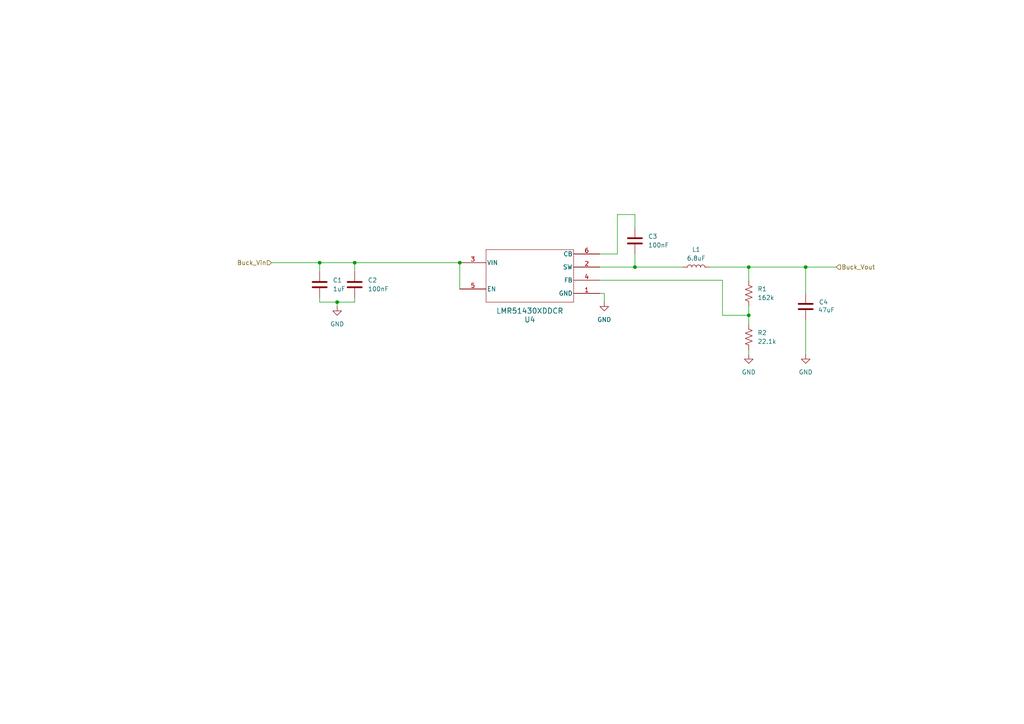
<source format=kicad_sch>
(kicad_sch (version 20231120) (generator "eeschema") (generator_version "8.0")
  (paper "A4")
  (lib_symbols
    (symbol "2024-11-08_04-01-59:LMR51430XDDCR" (pin_names (offset 0.254))
      (property "Reference" "U4" (at 20.32 10.16 0))
      (property "Value" "LMR51430XDDCR" (at 20.32 7.62 0))
      (symbol "LMR51430XDDCR_1_1"
        (polyline (pts (xy 7.62 -10.16) (xy 33.02 -10.16)) (stroke (width 0.127)))
        (polyline (pts (xy 7.62 5.08) (xy 7.62 -10.16)) (stroke (width 0.127)))
        (polyline (pts (xy 33.02 -10.16) (xy 33.02 5.08)) (stroke (width 0.127)))
        (polyline (pts (xy 33.02 5.08) (xy 7.62 5.08)) (stroke (width 0.127)))
        (pin power_out line (at 40.64 2.54 180) (length 7.62) (name "GND") (number "1"))
        (pin power_in line (at 40.64 -5.08 180) (length 7.62) (name "SW") (number "2"))
        (pin power_in line (at 0 -6.35 0) (length 7.62) (name "VIN") (number "3"))
        (pin unspecified line (at 40.64 -1.27 180) (length 7.62) (name "FB") (number "4"))
        (pin unspecified line (at 0 1.27 0) (length 7.62) (name "EN") (number "5"))
        (pin power_in line (at 40.64 -8.89 180) (length 7.62) (name "CB") (number "6"))
      )
    )
    (symbol "Device:C" (pin_numbers hide) (pin_names (offset 0.254))
      (property "Reference" "C" (at 0.635 2.54 0))
      (property "Value" "C" (at 0.635 -2.54 0))
      (symbol "C_0_1"
        (polyline (pts (xy -2.032 -0.762) (xy 2.032 -0.762)) (stroke (width 0.508)))
        (polyline (pts (xy -2.032 0.762) (xy 2.032 0.762)) (stroke (width 0.508)))
      )
      (symbol "C_1_1"
        (pin passive line (at 0 3.81 270) (length 2.794) (name "~") (number "1"))
        (pin passive line (at 0 -3.81 90) (length 2.794) (name "~") (number "2"))
      )
    )
    (symbol "Device:L" (pin_numbers hide) (pin_names (offset 1.016) hide)
      (property "Reference" "L" (at -1.27 0 90))
      (property "Value" "L" (at 1.905 0 90))
      (symbol "L_0_1"
        (arc (start 0 -2.54) (mid 0.6323 -1.905) (end 0 -1.27))
        (arc (start 0 -1.27) (mid 0.6323 -0.635) (end 0 0))
        (arc (start 0 0) (mid 0.6323 0.635) (end 0 1.27))
        (arc (start 0 1.27) (mid 0.6323 1.905) (end 0 2.54))
      )
      (symbol "L_1_1"
        (pin passive line (at 0 3.81 270) (length 1.27) (name "1") (number "1"))
        (pin passive line (at 0 -3.81 90) (length 1.27) (name "2") (number "2"))
      )
    )
    (symbol "Device:R_US" (pin_numbers hide) (pin_names (offset 0))
      (property "Reference" "R" (at 2.54 0 90))
      (property "Value" "R_US" (at -2.54 0 90))
      (symbol "R_US_0_1"
        (polyline (pts (xy 0 -2.286) (xy 0 -2.54)))
        (polyline (pts (xy 0 2.286) (xy 0 2.54)))
        (polyline (pts (xy 0 -0.762) (xy 1.016 -1.143) (xy 0 -1.524) (xy -1.016 -1.905) (xy 0 -2.286)))
        (polyline (pts (xy 0 0.762) (xy 1.016 0.381) (xy 0 0) (xy -1.016 -0.381) (xy 0 -0.762)))
        (polyline (pts (xy 0 2.286) (xy 1.016 1.905) (xy 0 1.524) (xy -1.016 1.143) (xy 0 0.762)))
      )
      (symbol "R_US_1_1"
        (pin passive line (at 0 3.81 270) (length 1.27) (name "~") (number "1"))
        (pin passive line (at 0 -3.81 90) (length 1.27) (name "~") (number "2"))
      )
    )
    (symbol "power:GND" (power) (pin_numbers hide) (pin_names (offset 0) hide)
      (property "Value" "GND" (at 0 -3.81 0))
      (symbol "GND_0_1"
        (polyline (pts (xy 0 0) (xy 0 -1.27) (xy 1.27 -1.27) (xy 0 -2.54) (xy -1.27 -1.27) (xy 0 -1.27)))
      )
      (symbol "GND_1_1"
        (pin power_in line (at 0 0 270) (length 0) (name "~") (number "1"))
      )
    )
  )
  (junction (at 97.79 87.63))
  (junction (at 233.68 77.47))
  (junction (at 217.17 91.44))
  (junction (at 217.17 77.47))
  (junction (at 133.35 76.2))
  (junction (at 184.15 77.47))
  (junction (at 102.87 76.2))
  (junction (at 92.71 76.2))
  (wire (pts (xy 184.15 73.66) (xy 184.15 77.47)))
  (wire (pts (xy 209.55 91.44) (xy 209.55 81.28)))
  (wire (pts (xy 217.17 77.47) (xy 233.68 77.47)))
  (wire (pts (xy 92.71 76.2) (xy 92.71 78.74)))
  (wire (pts (xy 205.74 77.47) (xy 217.17 77.47)))
  (wire (pts (xy 102.87 87.63) (xy 97.79 87.63)))
  (wire (pts (xy 173.99 85.09) (xy 175.26 85.09)))
  (wire (pts (xy 102.87 76.2) (xy 102.87 78.74)))
  (wire (pts (xy 175.26 85.09) (xy 175.26 87.63)))
  (wire (pts (xy 92.71 87.63) (xy 97.79 87.63)))
  (wire (pts (xy 102.87 76.2) (xy 133.35 76.2)))
  (wire (pts (xy 173.99 73.66) (xy 179.07 73.66)))
  (wire (pts (xy 209.55 81.28) (xy 173.99 81.28)))
  (wire (pts (xy 102.87 86.36) (xy 102.87 87.63)))
  (wire (pts (xy 233.68 77.47) (xy 233.68 85.09)))
  (wire (pts (xy 184.15 62.23) (xy 184.15 66.04)))
  (wire (pts (xy 233.68 92.71) (xy 233.68 102.87)))
  (wire (pts (xy 92.71 76.2) (xy 102.87 76.2)))
  (wire (pts (xy 133.35 76.2) (xy 133.35 83.82)))
  (wire (pts (xy 233.68 77.47) (xy 242.57 77.47)))
  (wire (pts (xy 78.74 76.2) (xy 92.71 76.2)))
  (wire (pts (xy 173.99 77.47) (xy 184.15 77.47)))
  (wire (pts (xy 92.71 86.36) (xy 92.71 87.63)))
  (wire (pts (xy 217.17 88.9) (xy 217.17 91.44)))
  (wire (pts (xy 184.15 77.47) (xy 198.12 77.47)))
  (wire (pts (xy 217.17 77.47) (xy 217.17 81.28)))
  (wire (pts (xy 217.17 91.44) (xy 209.55 91.44)))
  (wire (pts (xy 97.79 87.63) (xy 97.79 88.9)))
  (wire (pts (xy 217.17 101.6) (xy 217.17 102.87)))
  (wire (pts (xy 179.07 73.66) (xy 179.07 62.23)))
  (wire (pts (xy 217.17 91.44) (xy 217.17 93.98)))
  (wire (pts (xy 179.07 62.23) (xy 184.15 62.23)))
  (hierarchical_label "Buck_Vin" (shape input) (at 78.74 76.2 180))
  (hierarchical_label "Buck_Vout" (shape input) (at 242.57 77.47 0))
  (symbol (lib_id "power:GND") (at 217.17 102.87 0) (unit 1)
    (property "Reference" "#PWR04" (effects (hide yes)))
    (property "Value" "GND" (at 217.17 107.95 0))
    (property "Description" "Power symbol creates a global label with name \"GND\" , ground" (effects (hide yes)))
  )
  (symbol (lib_id "Device:R_US") (at 217.17 85.09 0) (unit 1)
    (property "Reference" "R1" (at 219.71 83.8199 0) (effects (justify left)))
    (property "Value" "162k" (at 219.71 86.3599 0) (effects (justify left)))
    (property "Description" "Resistor, US symbol" (effects (hide yes)))
  )
  (symbol (lib_id "power:GND") (at 233.68 102.87 0) (unit 1)
    (property "Reference" "#PWR05" (effects (hide yes)))
    (property "Value" "GND" (at 233.68 107.95 0))
    (property "Description" "Power symbol creates a global label with name \"GND\" , ground" (effects (hide yes)))
  )
  (symbol (lib_id "Device:C") (at 233.68 88.9 0) (unit 1)
    (property "Reference" "C4" (at 237.49 87.6299 0) (effects (justify left)))
    (property "Value" "47uF" (at 237.236 89.916 0) (effects (justify left)))
    (property "Description" "Unpolarized capacitor" (effects (hide yes)))
  )
  (symbol (lib_id "2024-11-08_04-01-59:LMR51430XDDCR") (at 133.35 82.55 0) (mirror x) (unit 1)
    (property "Reference" "U4" (at 153.67 92.71 0) (effects (font (size 1.524 1.524))))
    (property "Value" "LMR51430XDDCR" (at 153.67 90.17 0) (effects (font (size 1.524 1.524))))
    (property "Footprint" "SOT-23-THIN-6_DDC_TEX" (effects (hide yes)))
    (property "Datasheet" "LMR51430XDDCR" (effects (hide yes)))
  )
  (symbol (lib_id "power:GND") (at 97.79 88.9 0) (unit 1)
    (property "Reference" "#PWR01" (effects (hide yes)))
    (property "Value" "GND" (at 97.79 93.98 0))
    (property "Description" "Power symbol creates a global label with name \"GND\" , ground" (effects (hide yes)))
  )
  (symbol (lib_id "Device:R_US") (at 217.17 97.79 0) (unit 1)
    (property "Reference" "R2" (at 219.71 96.5199 0) (effects (justify left)))
    (property "Value" "22.1k" (at 219.71 99.0599 0) (effects (justify left)))
    (property "Description" "Resistor, US symbol" (effects (hide yes)))
  )
  (symbol (lib_id "Device:C") (at 92.71 82.55 0) (unit 1)
    (property "Reference" "C1" (at 96.52 81.2799 0) (effects (justify left)))
    (property "Value" "1uF" (at 96.52 83.8199 0) (effects (justify left)))
    (property "Description" "Unpolarized capacitor" (effects (hide yes)))
  )
  (symbol (lib_id "Device:L") (at 201.93 77.47 90) (unit 1)
    (property "Reference" "L1" (at 201.93 72.39 90))
    (property "Value" "6.8uF" (at 201.93 74.93 90))
    (property "Description" "Inductor" (effects (hide yes)))
  )
  (symbol (lib_id "power:GND") (at 175.26 87.63 0) (unit 1)
    (property "Reference" "#PWR03" (effects (hide yes)))
    (property "Value" "GND" (at 175.26 92.71 0))
    (property "Description" "Power symbol creates a global label with name \"GND\" , ground" (effects (hide yes)))
  )
  (symbol (lib_id "Device:C") (at 184.15 69.85 0) (unit 1)
    (property "Reference" "C3" (at 187.96 68.5799 0) (effects (justify left)))
    (property "Value" "100nF" (at 187.96 71.1199 0) (effects (justify left)))
    (property "Description" "Unpolarized capacitor" (effects (hide yes)))
  )
  (symbol (lib_id "Device:C") (at 102.87 82.55 0) (unit 1)
    (property "Reference" "C2" (at 106.68 81.2799 0) (effects (justify left)))
    (property "Value" "100nF" (at 106.68 83.8199 0) (effects (justify left)))
    (property "Description" "Unpolarized capacitor" (effects (hide yes)))
  )
)
</source>
